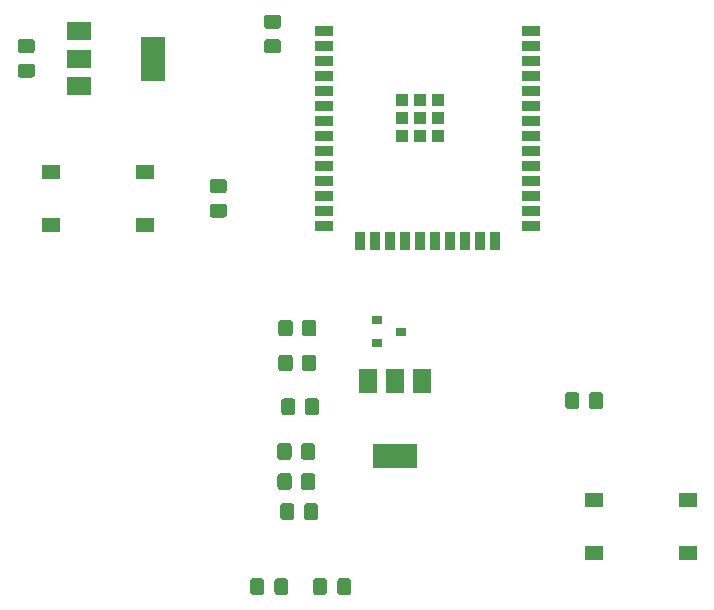
<source format=gbr>
%TF.GenerationSoftware,KiCad,Pcbnew,(5.1.2-1)-1*%
%TF.CreationDate,2022-01-27T07:40:46-05:00*%
%TF.ProjectId,project1-Juan,70726f6a-6563-4743-912d-4a75616e2e6b,rev?*%
%TF.SameCoordinates,Original*%
%TF.FileFunction,Paste,Top*%
%TF.FilePolarity,Positive*%
%FSLAX46Y46*%
G04 Gerber Fmt 4.6, Leading zero omitted, Abs format (unit mm)*
G04 Created by KiCad (PCBNEW (5.1.2-1)-1) date 2022-01-27 07:40:46*
%MOMM*%
%LPD*%
G04 APERTURE LIST*
%ADD10R,3.800000X2.000000*%
%ADD11R,1.500000X2.000000*%
%ADD12C,0.100000*%
%ADD13C,1.200000*%
%ADD14R,1.550000X1.300000*%
%ADD15R,2.000000X3.800000*%
%ADD16R,2.000000X1.500000*%
%ADD17R,0.900000X0.800000*%
%ADD18C,1.175000*%
%ADD19C,1.150000*%
%ADD20R,1.500000X0.900000*%
%ADD21R,0.900000X1.500000*%
%ADD22R,1.050000X1.050000*%
G04 APERTURE END LIST*
D10*
%TO.C,Q2*%
X117348000Y-148946000D03*
D11*
X117348000Y-142646000D03*
X115048000Y-142646000D03*
X119648000Y-142646000D03*
%TD*%
D12*
%TO.C,R5*%
G36*
X108594505Y-152971204D02*
G01*
X108618773Y-152974804D01*
X108642572Y-152980765D01*
X108665671Y-152989030D01*
X108687850Y-152999520D01*
X108708893Y-153012132D01*
X108728599Y-153026747D01*
X108746777Y-153043223D01*
X108763253Y-153061401D01*
X108777868Y-153081107D01*
X108790480Y-153102150D01*
X108800970Y-153124329D01*
X108809235Y-153147428D01*
X108815196Y-153171227D01*
X108818796Y-153195495D01*
X108820000Y-153219999D01*
X108820000Y-154120001D01*
X108818796Y-154144505D01*
X108815196Y-154168773D01*
X108809235Y-154192572D01*
X108800970Y-154215671D01*
X108790480Y-154237850D01*
X108777868Y-154258893D01*
X108763253Y-154278599D01*
X108746777Y-154296777D01*
X108728599Y-154313253D01*
X108708893Y-154327868D01*
X108687850Y-154340480D01*
X108665671Y-154350970D01*
X108642572Y-154359235D01*
X108618773Y-154365196D01*
X108594505Y-154368796D01*
X108570001Y-154370000D01*
X107869999Y-154370000D01*
X107845495Y-154368796D01*
X107821227Y-154365196D01*
X107797428Y-154359235D01*
X107774329Y-154350970D01*
X107752150Y-154340480D01*
X107731107Y-154327868D01*
X107711401Y-154313253D01*
X107693223Y-154296777D01*
X107676747Y-154278599D01*
X107662132Y-154258893D01*
X107649520Y-154237850D01*
X107639030Y-154215671D01*
X107630765Y-154192572D01*
X107624804Y-154168773D01*
X107621204Y-154144505D01*
X107620000Y-154120001D01*
X107620000Y-153219999D01*
X107621204Y-153195495D01*
X107624804Y-153171227D01*
X107630765Y-153147428D01*
X107639030Y-153124329D01*
X107649520Y-153102150D01*
X107662132Y-153081107D01*
X107676747Y-153061401D01*
X107693223Y-153043223D01*
X107711401Y-153026747D01*
X107731107Y-153012132D01*
X107752150Y-152999520D01*
X107774329Y-152989030D01*
X107797428Y-152980765D01*
X107821227Y-152974804D01*
X107845495Y-152971204D01*
X107869999Y-152970000D01*
X108570001Y-152970000D01*
X108594505Y-152971204D01*
X108594505Y-152971204D01*
G37*
D13*
X108220000Y-153670000D03*
D12*
G36*
X110594505Y-152971204D02*
G01*
X110618773Y-152974804D01*
X110642572Y-152980765D01*
X110665671Y-152989030D01*
X110687850Y-152999520D01*
X110708893Y-153012132D01*
X110728599Y-153026747D01*
X110746777Y-153043223D01*
X110763253Y-153061401D01*
X110777868Y-153081107D01*
X110790480Y-153102150D01*
X110800970Y-153124329D01*
X110809235Y-153147428D01*
X110815196Y-153171227D01*
X110818796Y-153195495D01*
X110820000Y-153219999D01*
X110820000Y-154120001D01*
X110818796Y-154144505D01*
X110815196Y-154168773D01*
X110809235Y-154192572D01*
X110800970Y-154215671D01*
X110790480Y-154237850D01*
X110777868Y-154258893D01*
X110763253Y-154278599D01*
X110746777Y-154296777D01*
X110728599Y-154313253D01*
X110708893Y-154327868D01*
X110687850Y-154340480D01*
X110665671Y-154350970D01*
X110642572Y-154359235D01*
X110618773Y-154365196D01*
X110594505Y-154368796D01*
X110570001Y-154370000D01*
X109869999Y-154370000D01*
X109845495Y-154368796D01*
X109821227Y-154365196D01*
X109797428Y-154359235D01*
X109774329Y-154350970D01*
X109752150Y-154340480D01*
X109731107Y-154327868D01*
X109711401Y-154313253D01*
X109693223Y-154296777D01*
X109676747Y-154278599D01*
X109662132Y-154258893D01*
X109649520Y-154237850D01*
X109639030Y-154215671D01*
X109630765Y-154192572D01*
X109624804Y-154168773D01*
X109621204Y-154144505D01*
X109620000Y-154120001D01*
X109620000Y-153219999D01*
X109621204Y-153195495D01*
X109624804Y-153171227D01*
X109630765Y-153147428D01*
X109639030Y-153124329D01*
X109649520Y-153102150D01*
X109662132Y-153081107D01*
X109676747Y-153061401D01*
X109693223Y-153043223D01*
X109711401Y-153026747D01*
X109731107Y-153012132D01*
X109752150Y-152999520D01*
X109774329Y-152989030D01*
X109797428Y-152980765D01*
X109821227Y-152974804D01*
X109845495Y-152971204D01*
X109869999Y-152970000D01*
X110570001Y-152970000D01*
X110594505Y-152971204D01*
X110594505Y-152971204D01*
G37*
D13*
X110220000Y-153670000D03*
%TD*%
D12*
%TO.C,R6*%
G36*
X110345585Y-147886124D02*
G01*
X110369853Y-147889724D01*
X110393652Y-147895685D01*
X110416751Y-147903950D01*
X110438930Y-147914440D01*
X110459973Y-147927052D01*
X110479679Y-147941667D01*
X110497857Y-147958143D01*
X110514333Y-147976321D01*
X110528948Y-147996027D01*
X110541560Y-148017070D01*
X110552050Y-148039249D01*
X110560315Y-148062348D01*
X110566276Y-148086147D01*
X110569876Y-148110415D01*
X110571080Y-148134919D01*
X110571080Y-149034921D01*
X110569876Y-149059425D01*
X110566276Y-149083693D01*
X110560315Y-149107492D01*
X110552050Y-149130591D01*
X110541560Y-149152770D01*
X110528948Y-149173813D01*
X110514333Y-149193519D01*
X110497857Y-149211697D01*
X110479679Y-149228173D01*
X110459973Y-149242788D01*
X110438930Y-149255400D01*
X110416751Y-149265890D01*
X110393652Y-149274155D01*
X110369853Y-149280116D01*
X110345585Y-149283716D01*
X110321081Y-149284920D01*
X109621079Y-149284920D01*
X109596575Y-149283716D01*
X109572307Y-149280116D01*
X109548508Y-149274155D01*
X109525409Y-149265890D01*
X109503230Y-149255400D01*
X109482187Y-149242788D01*
X109462481Y-149228173D01*
X109444303Y-149211697D01*
X109427827Y-149193519D01*
X109413212Y-149173813D01*
X109400600Y-149152770D01*
X109390110Y-149130591D01*
X109381845Y-149107492D01*
X109375884Y-149083693D01*
X109372284Y-149059425D01*
X109371080Y-149034921D01*
X109371080Y-148134919D01*
X109372284Y-148110415D01*
X109375884Y-148086147D01*
X109381845Y-148062348D01*
X109390110Y-148039249D01*
X109400600Y-148017070D01*
X109413212Y-147996027D01*
X109427827Y-147976321D01*
X109444303Y-147958143D01*
X109462481Y-147941667D01*
X109482187Y-147927052D01*
X109503230Y-147914440D01*
X109525409Y-147903950D01*
X109548508Y-147895685D01*
X109572307Y-147889724D01*
X109596575Y-147886124D01*
X109621079Y-147884920D01*
X110321081Y-147884920D01*
X110345585Y-147886124D01*
X110345585Y-147886124D01*
G37*
D13*
X109971080Y-148584920D03*
D12*
G36*
X108345585Y-147886124D02*
G01*
X108369853Y-147889724D01*
X108393652Y-147895685D01*
X108416751Y-147903950D01*
X108438930Y-147914440D01*
X108459973Y-147927052D01*
X108479679Y-147941667D01*
X108497857Y-147958143D01*
X108514333Y-147976321D01*
X108528948Y-147996027D01*
X108541560Y-148017070D01*
X108552050Y-148039249D01*
X108560315Y-148062348D01*
X108566276Y-148086147D01*
X108569876Y-148110415D01*
X108571080Y-148134919D01*
X108571080Y-149034921D01*
X108569876Y-149059425D01*
X108566276Y-149083693D01*
X108560315Y-149107492D01*
X108552050Y-149130591D01*
X108541560Y-149152770D01*
X108528948Y-149173813D01*
X108514333Y-149193519D01*
X108497857Y-149211697D01*
X108479679Y-149228173D01*
X108459973Y-149242788D01*
X108438930Y-149255400D01*
X108416751Y-149265890D01*
X108393652Y-149274155D01*
X108369853Y-149280116D01*
X108345585Y-149283716D01*
X108321081Y-149284920D01*
X107621079Y-149284920D01*
X107596575Y-149283716D01*
X107572307Y-149280116D01*
X107548508Y-149274155D01*
X107525409Y-149265890D01*
X107503230Y-149255400D01*
X107482187Y-149242788D01*
X107462481Y-149228173D01*
X107444303Y-149211697D01*
X107427827Y-149193519D01*
X107413212Y-149173813D01*
X107400600Y-149152770D01*
X107390110Y-149130591D01*
X107381845Y-149107492D01*
X107375884Y-149083693D01*
X107372284Y-149059425D01*
X107371080Y-149034921D01*
X107371080Y-148134919D01*
X107372284Y-148110415D01*
X107375884Y-148086147D01*
X107381845Y-148062348D01*
X107390110Y-148039249D01*
X107400600Y-148017070D01*
X107413212Y-147996027D01*
X107427827Y-147976321D01*
X107444303Y-147958143D01*
X107462481Y-147941667D01*
X107482187Y-147927052D01*
X107503230Y-147914440D01*
X107525409Y-147903950D01*
X107548508Y-147895685D01*
X107572307Y-147889724D01*
X107596575Y-147886124D01*
X107621079Y-147884920D01*
X108321081Y-147884920D01*
X108345585Y-147886124D01*
X108345585Y-147886124D01*
G37*
D13*
X107971080Y-148584920D03*
%TD*%
D12*
%TO.C,R7*%
G36*
X110355745Y-150431204D02*
G01*
X110380013Y-150434804D01*
X110403812Y-150440765D01*
X110426911Y-150449030D01*
X110449090Y-150459520D01*
X110470133Y-150472132D01*
X110489839Y-150486747D01*
X110508017Y-150503223D01*
X110524493Y-150521401D01*
X110539108Y-150541107D01*
X110551720Y-150562150D01*
X110562210Y-150584329D01*
X110570475Y-150607428D01*
X110576436Y-150631227D01*
X110580036Y-150655495D01*
X110581240Y-150679999D01*
X110581240Y-151580001D01*
X110580036Y-151604505D01*
X110576436Y-151628773D01*
X110570475Y-151652572D01*
X110562210Y-151675671D01*
X110551720Y-151697850D01*
X110539108Y-151718893D01*
X110524493Y-151738599D01*
X110508017Y-151756777D01*
X110489839Y-151773253D01*
X110470133Y-151787868D01*
X110449090Y-151800480D01*
X110426911Y-151810970D01*
X110403812Y-151819235D01*
X110380013Y-151825196D01*
X110355745Y-151828796D01*
X110331241Y-151830000D01*
X109631239Y-151830000D01*
X109606735Y-151828796D01*
X109582467Y-151825196D01*
X109558668Y-151819235D01*
X109535569Y-151810970D01*
X109513390Y-151800480D01*
X109492347Y-151787868D01*
X109472641Y-151773253D01*
X109454463Y-151756777D01*
X109437987Y-151738599D01*
X109423372Y-151718893D01*
X109410760Y-151697850D01*
X109400270Y-151675671D01*
X109392005Y-151652572D01*
X109386044Y-151628773D01*
X109382444Y-151604505D01*
X109381240Y-151580001D01*
X109381240Y-150679999D01*
X109382444Y-150655495D01*
X109386044Y-150631227D01*
X109392005Y-150607428D01*
X109400270Y-150584329D01*
X109410760Y-150562150D01*
X109423372Y-150541107D01*
X109437987Y-150521401D01*
X109454463Y-150503223D01*
X109472641Y-150486747D01*
X109492347Y-150472132D01*
X109513390Y-150459520D01*
X109535569Y-150449030D01*
X109558668Y-150440765D01*
X109582467Y-150434804D01*
X109606735Y-150431204D01*
X109631239Y-150430000D01*
X110331241Y-150430000D01*
X110355745Y-150431204D01*
X110355745Y-150431204D01*
G37*
D13*
X109981240Y-151130000D03*
D12*
G36*
X108355745Y-150431204D02*
G01*
X108380013Y-150434804D01*
X108403812Y-150440765D01*
X108426911Y-150449030D01*
X108449090Y-150459520D01*
X108470133Y-150472132D01*
X108489839Y-150486747D01*
X108508017Y-150503223D01*
X108524493Y-150521401D01*
X108539108Y-150541107D01*
X108551720Y-150562150D01*
X108562210Y-150584329D01*
X108570475Y-150607428D01*
X108576436Y-150631227D01*
X108580036Y-150655495D01*
X108581240Y-150679999D01*
X108581240Y-151580001D01*
X108580036Y-151604505D01*
X108576436Y-151628773D01*
X108570475Y-151652572D01*
X108562210Y-151675671D01*
X108551720Y-151697850D01*
X108539108Y-151718893D01*
X108524493Y-151738599D01*
X108508017Y-151756777D01*
X108489839Y-151773253D01*
X108470133Y-151787868D01*
X108449090Y-151800480D01*
X108426911Y-151810970D01*
X108403812Y-151819235D01*
X108380013Y-151825196D01*
X108355745Y-151828796D01*
X108331241Y-151830000D01*
X107631239Y-151830000D01*
X107606735Y-151828796D01*
X107582467Y-151825196D01*
X107558668Y-151819235D01*
X107535569Y-151810970D01*
X107513390Y-151800480D01*
X107492347Y-151787868D01*
X107472641Y-151773253D01*
X107454463Y-151756777D01*
X107437987Y-151738599D01*
X107423372Y-151718893D01*
X107410760Y-151697850D01*
X107400270Y-151675671D01*
X107392005Y-151652572D01*
X107386044Y-151628773D01*
X107382444Y-151604505D01*
X107381240Y-151580001D01*
X107381240Y-150679999D01*
X107382444Y-150655495D01*
X107386044Y-150631227D01*
X107392005Y-150607428D01*
X107400270Y-150584329D01*
X107410760Y-150562150D01*
X107423372Y-150541107D01*
X107437987Y-150521401D01*
X107454463Y-150503223D01*
X107472641Y-150486747D01*
X107492347Y-150472132D01*
X107513390Y-150459520D01*
X107535569Y-150449030D01*
X107558668Y-150440765D01*
X107582467Y-150434804D01*
X107606735Y-150431204D01*
X107631239Y-150430000D01*
X108331241Y-150430000D01*
X108355745Y-150431204D01*
X108355745Y-150431204D01*
G37*
D13*
X107981240Y-151130000D03*
%TD*%
D14*
%TO.C,SW1*%
X96177000Y-124877000D03*
X96177000Y-129377000D03*
X88227000Y-129377000D03*
X88227000Y-124877000D03*
%TD*%
%TO.C,SW2*%
X142151000Y-157190000D03*
X142151000Y-152690000D03*
X134201000Y-152690000D03*
X134201000Y-157190000D03*
%TD*%
D15*
%TO.C,U1*%
X96876000Y-115316000D03*
D16*
X90576000Y-115316000D03*
X90576000Y-117616000D03*
X90576000Y-113016000D03*
%TD*%
D17*
%TO.C,Q1*%
X115840000Y-137480000D03*
X115840000Y-139380000D03*
X117840000Y-138430000D03*
%TD*%
D12*
%TO.C,R1*%
G36*
X110437506Y-137436205D02*
G01*
X110461774Y-137439805D01*
X110485573Y-137445766D01*
X110508672Y-137454031D01*
X110530851Y-137464521D01*
X110551894Y-137477133D01*
X110571600Y-137491748D01*
X110589778Y-137508224D01*
X110606254Y-137526402D01*
X110620869Y-137546108D01*
X110633481Y-137567151D01*
X110643971Y-137589330D01*
X110652236Y-137612429D01*
X110658197Y-137636228D01*
X110661797Y-137660496D01*
X110663001Y-137685000D01*
X110663001Y-138585002D01*
X110661797Y-138609506D01*
X110658197Y-138633774D01*
X110652236Y-138657573D01*
X110643971Y-138680672D01*
X110633481Y-138702851D01*
X110620869Y-138723894D01*
X110606254Y-138743600D01*
X110589778Y-138761778D01*
X110571600Y-138778254D01*
X110551894Y-138792869D01*
X110530851Y-138805481D01*
X110508672Y-138815971D01*
X110485573Y-138824236D01*
X110461774Y-138830197D01*
X110437506Y-138833797D01*
X110413002Y-138835001D01*
X109713000Y-138835001D01*
X109688496Y-138833797D01*
X109664228Y-138830197D01*
X109640429Y-138824236D01*
X109617330Y-138815971D01*
X109595151Y-138805481D01*
X109574108Y-138792869D01*
X109554402Y-138778254D01*
X109536224Y-138761778D01*
X109519748Y-138743600D01*
X109505133Y-138723894D01*
X109492521Y-138702851D01*
X109482031Y-138680672D01*
X109473766Y-138657573D01*
X109467805Y-138633774D01*
X109464205Y-138609506D01*
X109463001Y-138585002D01*
X109463001Y-137685000D01*
X109464205Y-137660496D01*
X109467805Y-137636228D01*
X109473766Y-137612429D01*
X109482031Y-137589330D01*
X109492521Y-137567151D01*
X109505133Y-137546108D01*
X109519748Y-137526402D01*
X109536224Y-137508224D01*
X109554402Y-137491748D01*
X109574108Y-137477133D01*
X109595151Y-137464521D01*
X109617330Y-137454031D01*
X109640429Y-137445766D01*
X109664228Y-137439805D01*
X109688496Y-137436205D01*
X109713000Y-137435001D01*
X110413002Y-137435001D01*
X110437506Y-137436205D01*
X110437506Y-137436205D01*
G37*
D13*
X110063001Y-138135001D03*
D12*
G36*
X108437506Y-137436205D02*
G01*
X108461774Y-137439805D01*
X108485573Y-137445766D01*
X108508672Y-137454031D01*
X108530851Y-137464521D01*
X108551894Y-137477133D01*
X108571600Y-137491748D01*
X108589778Y-137508224D01*
X108606254Y-137526402D01*
X108620869Y-137546108D01*
X108633481Y-137567151D01*
X108643971Y-137589330D01*
X108652236Y-137612429D01*
X108658197Y-137636228D01*
X108661797Y-137660496D01*
X108663001Y-137685000D01*
X108663001Y-138585002D01*
X108661797Y-138609506D01*
X108658197Y-138633774D01*
X108652236Y-138657573D01*
X108643971Y-138680672D01*
X108633481Y-138702851D01*
X108620869Y-138723894D01*
X108606254Y-138743600D01*
X108589778Y-138761778D01*
X108571600Y-138778254D01*
X108551894Y-138792869D01*
X108530851Y-138805481D01*
X108508672Y-138815971D01*
X108485573Y-138824236D01*
X108461774Y-138830197D01*
X108437506Y-138833797D01*
X108413002Y-138835001D01*
X107713000Y-138835001D01*
X107688496Y-138833797D01*
X107664228Y-138830197D01*
X107640429Y-138824236D01*
X107617330Y-138815971D01*
X107595151Y-138805481D01*
X107574108Y-138792869D01*
X107554402Y-138778254D01*
X107536224Y-138761778D01*
X107519748Y-138743600D01*
X107505133Y-138723894D01*
X107492521Y-138702851D01*
X107482031Y-138680672D01*
X107473766Y-138657573D01*
X107467805Y-138633774D01*
X107464205Y-138609506D01*
X107463001Y-138585002D01*
X107463001Y-137685000D01*
X107464205Y-137660496D01*
X107467805Y-137636228D01*
X107473766Y-137612429D01*
X107482031Y-137589330D01*
X107492521Y-137567151D01*
X107505133Y-137546108D01*
X107519748Y-137526402D01*
X107536224Y-137508224D01*
X107554402Y-137491748D01*
X107574108Y-137477133D01*
X107595151Y-137464521D01*
X107617330Y-137454031D01*
X107640429Y-137445766D01*
X107664228Y-137439805D01*
X107688496Y-137436205D01*
X107713000Y-137435001D01*
X108413002Y-137435001D01*
X108437506Y-137436205D01*
X108437506Y-137436205D01*
G37*
D13*
X108063001Y-138135001D03*
%TD*%
D12*
%TO.C,R2*%
G36*
X108437506Y-140386205D02*
G01*
X108461774Y-140389805D01*
X108485573Y-140395766D01*
X108508672Y-140404031D01*
X108530851Y-140414521D01*
X108551894Y-140427133D01*
X108571600Y-140441748D01*
X108589778Y-140458224D01*
X108606254Y-140476402D01*
X108620869Y-140496108D01*
X108633481Y-140517151D01*
X108643971Y-140539330D01*
X108652236Y-140562429D01*
X108658197Y-140586228D01*
X108661797Y-140610496D01*
X108663001Y-140635000D01*
X108663001Y-141535002D01*
X108661797Y-141559506D01*
X108658197Y-141583774D01*
X108652236Y-141607573D01*
X108643971Y-141630672D01*
X108633481Y-141652851D01*
X108620869Y-141673894D01*
X108606254Y-141693600D01*
X108589778Y-141711778D01*
X108571600Y-141728254D01*
X108551894Y-141742869D01*
X108530851Y-141755481D01*
X108508672Y-141765971D01*
X108485573Y-141774236D01*
X108461774Y-141780197D01*
X108437506Y-141783797D01*
X108413002Y-141785001D01*
X107713000Y-141785001D01*
X107688496Y-141783797D01*
X107664228Y-141780197D01*
X107640429Y-141774236D01*
X107617330Y-141765971D01*
X107595151Y-141755481D01*
X107574108Y-141742869D01*
X107554402Y-141728254D01*
X107536224Y-141711778D01*
X107519748Y-141693600D01*
X107505133Y-141673894D01*
X107492521Y-141652851D01*
X107482031Y-141630672D01*
X107473766Y-141607573D01*
X107467805Y-141583774D01*
X107464205Y-141559506D01*
X107463001Y-141535002D01*
X107463001Y-140635000D01*
X107464205Y-140610496D01*
X107467805Y-140586228D01*
X107473766Y-140562429D01*
X107482031Y-140539330D01*
X107492521Y-140517151D01*
X107505133Y-140496108D01*
X107519748Y-140476402D01*
X107536224Y-140458224D01*
X107554402Y-140441748D01*
X107574108Y-140427133D01*
X107595151Y-140414521D01*
X107617330Y-140404031D01*
X107640429Y-140395766D01*
X107664228Y-140389805D01*
X107688496Y-140386205D01*
X107713000Y-140385001D01*
X108413002Y-140385001D01*
X108437506Y-140386205D01*
X108437506Y-140386205D01*
G37*
D13*
X108063001Y-141085001D03*
D12*
G36*
X110437506Y-140386205D02*
G01*
X110461774Y-140389805D01*
X110485573Y-140395766D01*
X110508672Y-140404031D01*
X110530851Y-140414521D01*
X110551894Y-140427133D01*
X110571600Y-140441748D01*
X110589778Y-140458224D01*
X110606254Y-140476402D01*
X110620869Y-140496108D01*
X110633481Y-140517151D01*
X110643971Y-140539330D01*
X110652236Y-140562429D01*
X110658197Y-140586228D01*
X110661797Y-140610496D01*
X110663001Y-140635000D01*
X110663001Y-141535002D01*
X110661797Y-141559506D01*
X110658197Y-141583774D01*
X110652236Y-141607573D01*
X110643971Y-141630672D01*
X110633481Y-141652851D01*
X110620869Y-141673894D01*
X110606254Y-141693600D01*
X110589778Y-141711778D01*
X110571600Y-141728254D01*
X110551894Y-141742869D01*
X110530851Y-141755481D01*
X110508672Y-141765971D01*
X110485573Y-141774236D01*
X110461774Y-141780197D01*
X110437506Y-141783797D01*
X110413002Y-141785001D01*
X109713000Y-141785001D01*
X109688496Y-141783797D01*
X109664228Y-141780197D01*
X109640429Y-141774236D01*
X109617330Y-141765971D01*
X109595151Y-141755481D01*
X109574108Y-141742869D01*
X109554402Y-141728254D01*
X109536224Y-141711778D01*
X109519748Y-141693600D01*
X109505133Y-141673894D01*
X109492521Y-141652851D01*
X109482031Y-141630672D01*
X109473766Y-141607573D01*
X109467805Y-141583774D01*
X109464205Y-141559506D01*
X109463001Y-141535002D01*
X109463001Y-140635000D01*
X109464205Y-140610496D01*
X109467805Y-140586228D01*
X109473766Y-140562429D01*
X109482031Y-140539330D01*
X109492521Y-140517151D01*
X109505133Y-140496108D01*
X109519748Y-140476402D01*
X109536224Y-140458224D01*
X109554402Y-140441748D01*
X109574108Y-140427133D01*
X109595151Y-140414521D01*
X109617330Y-140404031D01*
X109640429Y-140395766D01*
X109664228Y-140389805D01*
X109688496Y-140386205D01*
X109713000Y-140385001D01*
X110413002Y-140385001D01*
X110437506Y-140386205D01*
X110437506Y-140386205D01*
G37*
D13*
X110063001Y-141085001D03*
%TD*%
D12*
%TO.C,R3*%
G36*
X108670705Y-144086284D02*
G01*
X108694973Y-144089884D01*
X108718772Y-144095845D01*
X108741871Y-144104110D01*
X108764050Y-144114600D01*
X108785093Y-144127212D01*
X108804799Y-144141827D01*
X108822977Y-144158303D01*
X108839453Y-144176481D01*
X108854068Y-144196187D01*
X108866680Y-144217230D01*
X108877170Y-144239409D01*
X108885435Y-144262508D01*
X108891396Y-144286307D01*
X108894996Y-144310575D01*
X108896200Y-144335079D01*
X108896200Y-145235081D01*
X108894996Y-145259585D01*
X108891396Y-145283853D01*
X108885435Y-145307652D01*
X108877170Y-145330751D01*
X108866680Y-145352930D01*
X108854068Y-145373973D01*
X108839453Y-145393679D01*
X108822977Y-145411857D01*
X108804799Y-145428333D01*
X108785093Y-145442948D01*
X108764050Y-145455560D01*
X108741871Y-145466050D01*
X108718772Y-145474315D01*
X108694973Y-145480276D01*
X108670705Y-145483876D01*
X108646201Y-145485080D01*
X107946199Y-145485080D01*
X107921695Y-145483876D01*
X107897427Y-145480276D01*
X107873628Y-145474315D01*
X107850529Y-145466050D01*
X107828350Y-145455560D01*
X107807307Y-145442948D01*
X107787601Y-145428333D01*
X107769423Y-145411857D01*
X107752947Y-145393679D01*
X107738332Y-145373973D01*
X107725720Y-145352930D01*
X107715230Y-145330751D01*
X107706965Y-145307652D01*
X107701004Y-145283853D01*
X107697404Y-145259585D01*
X107696200Y-145235081D01*
X107696200Y-144335079D01*
X107697404Y-144310575D01*
X107701004Y-144286307D01*
X107706965Y-144262508D01*
X107715230Y-144239409D01*
X107725720Y-144217230D01*
X107738332Y-144196187D01*
X107752947Y-144176481D01*
X107769423Y-144158303D01*
X107787601Y-144141827D01*
X107807307Y-144127212D01*
X107828350Y-144114600D01*
X107850529Y-144104110D01*
X107873628Y-144095845D01*
X107897427Y-144089884D01*
X107921695Y-144086284D01*
X107946199Y-144085080D01*
X108646201Y-144085080D01*
X108670705Y-144086284D01*
X108670705Y-144086284D01*
G37*
D13*
X108296200Y-144785080D03*
D12*
G36*
X110670705Y-144086284D02*
G01*
X110694973Y-144089884D01*
X110718772Y-144095845D01*
X110741871Y-144104110D01*
X110764050Y-144114600D01*
X110785093Y-144127212D01*
X110804799Y-144141827D01*
X110822977Y-144158303D01*
X110839453Y-144176481D01*
X110854068Y-144196187D01*
X110866680Y-144217230D01*
X110877170Y-144239409D01*
X110885435Y-144262508D01*
X110891396Y-144286307D01*
X110894996Y-144310575D01*
X110896200Y-144335079D01*
X110896200Y-145235081D01*
X110894996Y-145259585D01*
X110891396Y-145283853D01*
X110885435Y-145307652D01*
X110877170Y-145330751D01*
X110866680Y-145352930D01*
X110854068Y-145373973D01*
X110839453Y-145393679D01*
X110822977Y-145411857D01*
X110804799Y-145428333D01*
X110785093Y-145442948D01*
X110764050Y-145455560D01*
X110741871Y-145466050D01*
X110718772Y-145474315D01*
X110694973Y-145480276D01*
X110670705Y-145483876D01*
X110646201Y-145485080D01*
X109946199Y-145485080D01*
X109921695Y-145483876D01*
X109897427Y-145480276D01*
X109873628Y-145474315D01*
X109850529Y-145466050D01*
X109828350Y-145455560D01*
X109807307Y-145442948D01*
X109787601Y-145428333D01*
X109769423Y-145411857D01*
X109752947Y-145393679D01*
X109738332Y-145373973D01*
X109725720Y-145352930D01*
X109715230Y-145330751D01*
X109706965Y-145307652D01*
X109701004Y-145283853D01*
X109697404Y-145259585D01*
X109696200Y-145235081D01*
X109696200Y-144335079D01*
X109697404Y-144310575D01*
X109701004Y-144286307D01*
X109706965Y-144262508D01*
X109715230Y-144239409D01*
X109725720Y-144217230D01*
X109738332Y-144196187D01*
X109752947Y-144176481D01*
X109769423Y-144158303D01*
X109787601Y-144141827D01*
X109807307Y-144127212D01*
X109828350Y-144114600D01*
X109850529Y-144104110D01*
X109873628Y-144095845D01*
X109897427Y-144089884D01*
X109921695Y-144086284D01*
X109946199Y-144085080D01*
X110646201Y-144085080D01*
X110670705Y-144086284D01*
X110670705Y-144086284D01*
G37*
D13*
X110296200Y-144785080D03*
%TD*%
D12*
%TO.C,R4*%
G36*
X134724505Y-143573204D02*
G01*
X134748773Y-143576804D01*
X134772572Y-143582765D01*
X134795671Y-143591030D01*
X134817850Y-143601520D01*
X134838893Y-143614132D01*
X134858599Y-143628747D01*
X134876777Y-143645223D01*
X134893253Y-143663401D01*
X134907868Y-143683107D01*
X134920480Y-143704150D01*
X134930970Y-143726329D01*
X134939235Y-143749428D01*
X134945196Y-143773227D01*
X134948796Y-143797495D01*
X134950000Y-143821999D01*
X134950000Y-144722001D01*
X134948796Y-144746505D01*
X134945196Y-144770773D01*
X134939235Y-144794572D01*
X134930970Y-144817671D01*
X134920480Y-144839850D01*
X134907868Y-144860893D01*
X134893253Y-144880599D01*
X134876777Y-144898777D01*
X134858599Y-144915253D01*
X134838893Y-144929868D01*
X134817850Y-144942480D01*
X134795671Y-144952970D01*
X134772572Y-144961235D01*
X134748773Y-144967196D01*
X134724505Y-144970796D01*
X134700001Y-144972000D01*
X133999999Y-144972000D01*
X133975495Y-144970796D01*
X133951227Y-144967196D01*
X133927428Y-144961235D01*
X133904329Y-144952970D01*
X133882150Y-144942480D01*
X133861107Y-144929868D01*
X133841401Y-144915253D01*
X133823223Y-144898777D01*
X133806747Y-144880599D01*
X133792132Y-144860893D01*
X133779520Y-144839850D01*
X133769030Y-144817671D01*
X133760765Y-144794572D01*
X133754804Y-144770773D01*
X133751204Y-144746505D01*
X133750000Y-144722001D01*
X133750000Y-143821999D01*
X133751204Y-143797495D01*
X133754804Y-143773227D01*
X133760765Y-143749428D01*
X133769030Y-143726329D01*
X133779520Y-143704150D01*
X133792132Y-143683107D01*
X133806747Y-143663401D01*
X133823223Y-143645223D01*
X133841401Y-143628747D01*
X133861107Y-143614132D01*
X133882150Y-143601520D01*
X133904329Y-143591030D01*
X133927428Y-143582765D01*
X133951227Y-143576804D01*
X133975495Y-143573204D01*
X133999999Y-143572000D01*
X134700001Y-143572000D01*
X134724505Y-143573204D01*
X134724505Y-143573204D01*
G37*
D13*
X134350000Y-144272000D03*
D12*
G36*
X132724505Y-143573204D02*
G01*
X132748773Y-143576804D01*
X132772572Y-143582765D01*
X132795671Y-143591030D01*
X132817850Y-143601520D01*
X132838893Y-143614132D01*
X132858599Y-143628747D01*
X132876777Y-143645223D01*
X132893253Y-143663401D01*
X132907868Y-143683107D01*
X132920480Y-143704150D01*
X132930970Y-143726329D01*
X132939235Y-143749428D01*
X132945196Y-143773227D01*
X132948796Y-143797495D01*
X132950000Y-143821999D01*
X132950000Y-144722001D01*
X132948796Y-144746505D01*
X132945196Y-144770773D01*
X132939235Y-144794572D01*
X132930970Y-144817671D01*
X132920480Y-144839850D01*
X132907868Y-144860893D01*
X132893253Y-144880599D01*
X132876777Y-144898777D01*
X132858599Y-144915253D01*
X132838893Y-144929868D01*
X132817850Y-144942480D01*
X132795671Y-144952970D01*
X132772572Y-144961235D01*
X132748773Y-144967196D01*
X132724505Y-144970796D01*
X132700001Y-144972000D01*
X131999999Y-144972000D01*
X131975495Y-144970796D01*
X131951227Y-144967196D01*
X131927428Y-144961235D01*
X131904329Y-144952970D01*
X131882150Y-144942480D01*
X131861107Y-144929868D01*
X131841401Y-144915253D01*
X131823223Y-144898777D01*
X131806747Y-144880599D01*
X131792132Y-144860893D01*
X131779520Y-144839850D01*
X131769030Y-144817671D01*
X131760765Y-144794572D01*
X131754804Y-144770773D01*
X131751204Y-144746505D01*
X131750000Y-144722001D01*
X131750000Y-143821999D01*
X131751204Y-143797495D01*
X131754804Y-143773227D01*
X131760765Y-143749428D01*
X131769030Y-143726329D01*
X131779520Y-143704150D01*
X131792132Y-143683107D01*
X131806747Y-143663401D01*
X131823223Y-143645223D01*
X131841401Y-143628747D01*
X131861107Y-143614132D01*
X131882150Y-143601520D01*
X131904329Y-143591030D01*
X131927428Y-143582765D01*
X131951227Y-143576804D01*
X131975495Y-143573204D01*
X131999999Y-143572000D01*
X132700001Y-143572000D01*
X132724505Y-143573204D01*
X132724505Y-143573204D01*
G37*
D13*
X132350000Y-144272000D03*
%TD*%
D12*
%TO.C,C2*%
G36*
X107463984Y-111599244D02*
G01*
X107488253Y-111602844D01*
X107512051Y-111608805D01*
X107535151Y-111617070D01*
X107557329Y-111627560D01*
X107578373Y-111640173D01*
X107598078Y-111654787D01*
X107616257Y-111671263D01*
X107632733Y-111689442D01*
X107647347Y-111709147D01*
X107659960Y-111730191D01*
X107670450Y-111752369D01*
X107678715Y-111775469D01*
X107684676Y-111799267D01*
X107688276Y-111823536D01*
X107689480Y-111848040D01*
X107689480Y-112523040D01*
X107688276Y-112547544D01*
X107684676Y-112571813D01*
X107678715Y-112595611D01*
X107670450Y-112618711D01*
X107659960Y-112640889D01*
X107647347Y-112661933D01*
X107632733Y-112681638D01*
X107616257Y-112699817D01*
X107598078Y-112716293D01*
X107578373Y-112730907D01*
X107557329Y-112743520D01*
X107535151Y-112754010D01*
X107512051Y-112762275D01*
X107488253Y-112768236D01*
X107463984Y-112771836D01*
X107439480Y-112773040D01*
X106489480Y-112773040D01*
X106464976Y-112771836D01*
X106440707Y-112768236D01*
X106416909Y-112762275D01*
X106393809Y-112754010D01*
X106371631Y-112743520D01*
X106350587Y-112730907D01*
X106330882Y-112716293D01*
X106312703Y-112699817D01*
X106296227Y-112681638D01*
X106281613Y-112661933D01*
X106269000Y-112640889D01*
X106258510Y-112618711D01*
X106250245Y-112595611D01*
X106244284Y-112571813D01*
X106240684Y-112547544D01*
X106239480Y-112523040D01*
X106239480Y-111848040D01*
X106240684Y-111823536D01*
X106244284Y-111799267D01*
X106250245Y-111775469D01*
X106258510Y-111752369D01*
X106269000Y-111730191D01*
X106281613Y-111709147D01*
X106296227Y-111689442D01*
X106312703Y-111671263D01*
X106330882Y-111654787D01*
X106350587Y-111640173D01*
X106371631Y-111627560D01*
X106393809Y-111617070D01*
X106416909Y-111608805D01*
X106440707Y-111602844D01*
X106464976Y-111599244D01*
X106489480Y-111598040D01*
X107439480Y-111598040D01*
X107463984Y-111599244D01*
X107463984Y-111599244D01*
G37*
D18*
X106964480Y-112185540D03*
D12*
G36*
X107463984Y-113674244D02*
G01*
X107488253Y-113677844D01*
X107512051Y-113683805D01*
X107535151Y-113692070D01*
X107557329Y-113702560D01*
X107578373Y-113715173D01*
X107598078Y-113729787D01*
X107616257Y-113746263D01*
X107632733Y-113764442D01*
X107647347Y-113784147D01*
X107659960Y-113805191D01*
X107670450Y-113827369D01*
X107678715Y-113850469D01*
X107684676Y-113874267D01*
X107688276Y-113898536D01*
X107689480Y-113923040D01*
X107689480Y-114598040D01*
X107688276Y-114622544D01*
X107684676Y-114646813D01*
X107678715Y-114670611D01*
X107670450Y-114693711D01*
X107659960Y-114715889D01*
X107647347Y-114736933D01*
X107632733Y-114756638D01*
X107616257Y-114774817D01*
X107598078Y-114791293D01*
X107578373Y-114805907D01*
X107557329Y-114818520D01*
X107535151Y-114829010D01*
X107512051Y-114837275D01*
X107488253Y-114843236D01*
X107463984Y-114846836D01*
X107439480Y-114848040D01*
X106489480Y-114848040D01*
X106464976Y-114846836D01*
X106440707Y-114843236D01*
X106416909Y-114837275D01*
X106393809Y-114829010D01*
X106371631Y-114818520D01*
X106350587Y-114805907D01*
X106330882Y-114791293D01*
X106312703Y-114774817D01*
X106296227Y-114756638D01*
X106281613Y-114736933D01*
X106269000Y-114715889D01*
X106258510Y-114693711D01*
X106250245Y-114670611D01*
X106244284Y-114646813D01*
X106240684Y-114622544D01*
X106239480Y-114598040D01*
X106239480Y-113923040D01*
X106240684Y-113898536D01*
X106244284Y-113874267D01*
X106250245Y-113850469D01*
X106258510Y-113827369D01*
X106269000Y-113805191D01*
X106281613Y-113784147D01*
X106296227Y-113764442D01*
X106312703Y-113746263D01*
X106330882Y-113729787D01*
X106350587Y-113715173D01*
X106371631Y-113702560D01*
X106393809Y-113692070D01*
X106416909Y-113683805D01*
X106440707Y-113677844D01*
X106464976Y-113674244D01*
X106489480Y-113673040D01*
X107439480Y-113673040D01*
X107463984Y-113674244D01*
X107463984Y-113674244D01*
G37*
D18*
X106964480Y-114260540D03*
%TD*%
D12*
%TO.C,D2*%
G36*
X106004505Y-159321204D02*
G01*
X106028773Y-159324804D01*
X106052572Y-159330765D01*
X106075671Y-159339030D01*
X106097850Y-159349520D01*
X106118893Y-159362132D01*
X106138599Y-159376747D01*
X106156777Y-159393223D01*
X106173253Y-159411401D01*
X106187868Y-159431107D01*
X106200480Y-159452150D01*
X106210970Y-159474329D01*
X106219235Y-159497428D01*
X106225196Y-159521227D01*
X106228796Y-159545495D01*
X106230000Y-159569999D01*
X106230000Y-160470001D01*
X106228796Y-160494505D01*
X106225196Y-160518773D01*
X106219235Y-160542572D01*
X106210970Y-160565671D01*
X106200480Y-160587850D01*
X106187868Y-160608893D01*
X106173253Y-160628599D01*
X106156777Y-160646777D01*
X106138599Y-160663253D01*
X106118893Y-160677868D01*
X106097850Y-160690480D01*
X106075671Y-160700970D01*
X106052572Y-160709235D01*
X106028773Y-160715196D01*
X106004505Y-160718796D01*
X105980001Y-160720000D01*
X105329999Y-160720000D01*
X105305495Y-160718796D01*
X105281227Y-160715196D01*
X105257428Y-160709235D01*
X105234329Y-160700970D01*
X105212150Y-160690480D01*
X105191107Y-160677868D01*
X105171401Y-160663253D01*
X105153223Y-160646777D01*
X105136747Y-160628599D01*
X105122132Y-160608893D01*
X105109520Y-160587850D01*
X105099030Y-160565671D01*
X105090765Y-160542572D01*
X105084804Y-160518773D01*
X105081204Y-160494505D01*
X105080000Y-160470001D01*
X105080000Y-159569999D01*
X105081204Y-159545495D01*
X105084804Y-159521227D01*
X105090765Y-159497428D01*
X105099030Y-159474329D01*
X105109520Y-159452150D01*
X105122132Y-159431107D01*
X105136747Y-159411401D01*
X105153223Y-159393223D01*
X105171401Y-159376747D01*
X105191107Y-159362132D01*
X105212150Y-159349520D01*
X105234329Y-159339030D01*
X105257428Y-159330765D01*
X105281227Y-159324804D01*
X105305495Y-159321204D01*
X105329999Y-159320000D01*
X105980001Y-159320000D01*
X106004505Y-159321204D01*
X106004505Y-159321204D01*
G37*
D19*
X105655000Y-160020000D03*
D12*
G36*
X108054505Y-159321204D02*
G01*
X108078773Y-159324804D01*
X108102572Y-159330765D01*
X108125671Y-159339030D01*
X108147850Y-159349520D01*
X108168893Y-159362132D01*
X108188599Y-159376747D01*
X108206777Y-159393223D01*
X108223253Y-159411401D01*
X108237868Y-159431107D01*
X108250480Y-159452150D01*
X108260970Y-159474329D01*
X108269235Y-159497428D01*
X108275196Y-159521227D01*
X108278796Y-159545495D01*
X108280000Y-159569999D01*
X108280000Y-160470001D01*
X108278796Y-160494505D01*
X108275196Y-160518773D01*
X108269235Y-160542572D01*
X108260970Y-160565671D01*
X108250480Y-160587850D01*
X108237868Y-160608893D01*
X108223253Y-160628599D01*
X108206777Y-160646777D01*
X108188599Y-160663253D01*
X108168893Y-160677868D01*
X108147850Y-160690480D01*
X108125671Y-160700970D01*
X108102572Y-160709235D01*
X108078773Y-160715196D01*
X108054505Y-160718796D01*
X108030001Y-160720000D01*
X107379999Y-160720000D01*
X107355495Y-160718796D01*
X107331227Y-160715196D01*
X107307428Y-160709235D01*
X107284329Y-160700970D01*
X107262150Y-160690480D01*
X107241107Y-160677868D01*
X107221401Y-160663253D01*
X107203223Y-160646777D01*
X107186747Y-160628599D01*
X107172132Y-160608893D01*
X107159520Y-160587850D01*
X107149030Y-160565671D01*
X107140765Y-160542572D01*
X107134804Y-160518773D01*
X107131204Y-160494505D01*
X107130000Y-160470001D01*
X107130000Y-159569999D01*
X107131204Y-159545495D01*
X107134804Y-159521227D01*
X107140765Y-159497428D01*
X107149030Y-159474329D01*
X107159520Y-159452150D01*
X107172132Y-159431107D01*
X107186747Y-159411401D01*
X107203223Y-159393223D01*
X107221401Y-159376747D01*
X107241107Y-159362132D01*
X107262150Y-159349520D01*
X107284329Y-159339030D01*
X107307428Y-159330765D01*
X107331227Y-159324804D01*
X107355495Y-159321204D01*
X107379999Y-159320000D01*
X108030001Y-159320000D01*
X108054505Y-159321204D01*
X108054505Y-159321204D01*
G37*
D19*
X107705000Y-160020000D03*
%TD*%
D12*
%TO.C,C3*%
G36*
X102861504Y-125524704D02*
G01*
X102885773Y-125528304D01*
X102909571Y-125534265D01*
X102932671Y-125542530D01*
X102954849Y-125553020D01*
X102975893Y-125565633D01*
X102995598Y-125580247D01*
X103013777Y-125596723D01*
X103030253Y-125614902D01*
X103044867Y-125634607D01*
X103057480Y-125655651D01*
X103067970Y-125677829D01*
X103076235Y-125700929D01*
X103082196Y-125724727D01*
X103085796Y-125748996D01*
X103087000Y-125773500D01*
X103087000Y-126448500D01*
X103085796Y-126473004D01*
X103082196Y-126497273D01*
X103076235Y-126521071D01*
X103067970Y-126544171D01*
X103057480Y-126566349D01*
X103044867Y-126587393D01*
X103030253Y-126607098D01*
X103013777Y-126625277D01*
X102995598Y-126641753D01*
X102975893Y-126656367D01*
X102954849Y-126668980D01*
X102932671Y-126679470D01*
X102909571Y-126687735D01*
X102885773Y-126693696D01*
X102861504Y-126697296D01*
X102837000Y-126698500D01*
X101887000Y-126698500D01*
X101862496Y-126697296D01*
X101838227Y-126693696D01*
X101814429Y-126687735D01*
X101791329Y-126679470D01*
X101769151Y-126668980D01*
X101748107Y-126656367D01*
X101728402Y-126641753D01*
X101710223Y-126625277D01*
X101693747Y-126607098D01*
X101679133Y-126587393D01*
X101666520Y-126566349D01*
X101656030Y-126544171D01*
X101647765Y-126521071D01*
X101641804Y-126497273D01*
X101638204Y-126473004D01*
X101637000Y-126448500D01*
X101637000Y-125773500D01*
X101638204Y-125748996D01*
X101641804Y-125724727D01*
X101647765Y-125700929D01*
X101656030Y-125677829D01*
X101666520Y-125655651D01*
X101679133Y-125634607D01*
X101693747Y-125614902D01*
X101710223Y-125596723D01*
X101728402Y-125580247D01*
X101748107Y-125565633D01*
X101769151Y-125553020D01*
X101791329Y-125542530D01*
X101814429Y-125534265D01*
X101838227Y-125528304D01*
X101862496Y-125524704D01*
X101887000Y-125523500D01*
X102837000Y-125523500D01*
X102861504Y-125524704D01*
X102861504Y-125524704D01*
G37*
D18*
X102362000Y-126111000D03*
D12*
G36*
X102861504Y-127599704D02*
G01*
X102885773Y-127603304D01*
X102909571Y-127609265D01*
X102932671Y-127617530D01*
X102954849Y-127628020D01*
X102975893Y-127640633D01*
X102995598Y-127655247D01*
X103013777Y-127671723D01*
X103030253Y-127689902D01*
X103044867Y-127709607D01*
X103057480Y-127730651D01*
X103067970Y-127752829D01*
X103076235Y-127775929D01*
X103082196Y-127799727D01*
X103085796Y-127823996D01*
X103087000Y-127848500D01*
X103087000Y-128523500D01*
X103085796Y-128548004D01*
X103082196Y-128572273D01*
X103076235Y-128596071D01*
X103067970Y-128619171D01*
X103057480Y-128641349D01*
X103044867Y-128662393D01*
X103030253Y-128682098D01*
X103013777Y-128700277D01*
X102995598Y-128716753D01*
X102975893Y-128731367D01*
X102954849Y-128743980D01*
X102932671Y-128754470D01*
X102909571Y-128762735D01*
X102885773Y-128768696D01*
X102861504Y-128772296D01*
X102837000Y-128773500D01*
X101887000Y-128773500D01*
X101862496Y-128772296D01*
X101838227Y-128768696D01*
X101814429Y-128762735D01*
X101791329Y-128754470D01*
X101769151Y-128743980D01*
X101748107Y-128731367D01*
X101728402Y-128716753D01*
X101710223Y-128700277D01*
X101693747Y-128682098D01*
X101679133Y-128662393D01*
X101666520Y-128641349D01*
X101656030Y-128619171D01*
X101647765Y-128596071D01*
X101641804Y-128572273D01*
X101638204Y-128548004D01*
X101637000Y-128523500D01*
X101637000Y-127848500D01*
X101638204Y-127823996D01*
X101641804Y-127799727D01*
X101647765Y-127775929D01*
X101656030Y-127752829D01*
X101666520Y-127730651D01*
X101679133Y-127709607D01*
X101693747Y-127689902D01*
X101710223Y-127671723D01*
X101728402Y-127655247D01*
X101748107Y-127640633D01*
X101769151Y-127628020D01*
X101791329Y-127617530D01*
X101814429Y-127609265D01*
X101838227Y-127603304D01*
X101862496Y-127599704D01*
X101887000Y-127598500D01*
X102837000Y-127598500D01*
X102861504Y-127599704D01*
X102861504Y-127599704D01*
G37*
D18*
X102362000Y-128186000D03*
%TD*%
D12*
%TO.C,C1*%
G36*
X86605504Y-113670704D02*
G01*
X86629773Y-113674304D01*
X86653571Y-113680265D01*
X86676671Y-113688530D01*
X86698849Y-113699020D01*
X86719893Y-113711633D01*
X86739598Y-113726247D01*
X86757777Y-113742723D01*
X86774253Y-113760902D01*
X86788867Y-113780607D01*
X86801480Y-113801651D01*
X86811970Y-113823829D01*
X86820235Y-113846929D01*
X86826196Y-113870727D01*
X86829796Y-113894996D01*
X86831000Y-113919500D01*
X86831000Y-114594500D01*
X86829796Y-114619004D01*
X86826196Y-114643273D01*
X86820235Y-114667071D01*
X86811970Y-114690171D01*
X86801480Y-114712349D01*
X86788867Y-114733393D01*
X86774253Y-114753098D01*
X86757777Y-114771277D01*
X86739598Y-114787753D01*
X86719893Y-114802367D01*
X86698849Y-114814980D01*
X86676671Y-114825470D01*
X86653571Y-114833735D01*
X86629773Y-114839696D01*
X86605504Y-114843296D01*
X86581000Y-114844500D01*
X85631000Y-114844500D01*
X85606496Y-114843296D01*
X85582227Y-114839696D01*
X85558429Y-114833735D01*
X85535329Y-114825470D01*
X85513151Y-114814980D01*
X85492107Y-114802367D01*
X85472402Y-114787753D01*
X85454223Y-114771277D01*
X85437747Y-114753098D01*
X85423133Y-114733393D01*
X85410520Y-114712349D01*
X85400030Y-114690171D01*
X85391765Y-114667071D01*
X85385804Y-114643273D01*
X85382204Y-114619004D01*
X85381000Y-114594500D01*
X85381000Y-113919500D01*
X85382204Y-113894996D01*
X85385804Y-113870727D01*
X85391765Y-113846929D01*
X85400030Y-113823829D01*
X85410520Y-113801651D01*
X85423133Y-113780607D01*
X85437747Y-113760902D01*
X85454223Y-113742723D01*
X85472402Y-113726247D01*
X85492107Y-113711633D01*
X85513151Y-113699020D01*
X85535329Y-113688530D01*
X85558429Y-113680265D01*
X85582227Y-113674304D01*
X85606496Y-113670704D01*
X85631000Y-113669500D01*
X86581000Y-113669500D01*
X86605504Y-113670704D01*
X86605504Y-113670704D01*
G37*
D18*
X86106000Y-114257000D03*
D12*
G36*
X86605504Y-115745704D02*
G01*
X86629773Y-115749304D01*
X86653571Y-115755265D01*
X86676671Y-115763530D01*
X86698849Y-115774020D01*
X86719893Y-115786633D01*
X86739598Y-115801247D01*
X86757777Y-115817723D01*
X86774253Y-115835902D01*
X86788867Y-115855607D01*
X86801480Y-115876651D01*
X86811970Y-115898829D01*
X86820235Y-115921929D01*
X86826196Y-115945727D01*
X86829796Y-115969996D01*
X86831000Y-115994500D01*
X86831000Y-116669500D01*
X86829796Y-116694004D01*
X86826196Y-116718273D01*
X86820235Y-116742071D01*
X86811970Y-116765171D01*
X86801480Y-116787349D01*
X86788867Y-116808393D01*
X86774253Y-116828098D01*
X86757777Y-116846277D01*
X86739598Y-116862753D01*
X86719893Y-116877367D01*
X86698849Y-116889980D01*
X86676671Y-116900470D01*
X86653571Y-116908735D01*
X86629773Y-116914696D01*
X86605504Y-116918296D01*
X86581000Y-116919500D01*
X85631000Y-116919500D01*
X85606496Y-116918296D01*
X85582227Y-116914696D01*
X85558429Y-116908735D01*
X85535329Y-116900470D01*
X85513151Y-116889980D01*
X85492107Y-116877367D01*
X85472402Y-116862753D01*
X85454223Y-116846277D01*
X85437747Y-116828098D01*
X85423133Y-116808393D01*
X85410520Y-116787349D01*
X85400030Y-116765171D01*
X85391765Y-116742071D01*
X85385804Y-116718273D01*
X85382204Y-116694004D01*
X85381000Y-116669500D01*
X85381000Y-115994500D01*
X85382204Y-115969996D01*
X85385804Y-115945727D01*
X85391765Y-115921929D01*
X85400030Y-115898829D01*
X85410520Y-115876651D01*
X85423133Y-115855607D01*
X85437747Y-115835902D01*
X85454223Y-115817723D01*
X85472402Y-115801247D01*
X85492107Y-115786633D01*
X85513151Y-115774020D01*
X85535329Y-115763530D01*
X85558429Y-115755265D01*
X85582227Y-115749304D01*
X85606496Y-115745704D01*
X85631000Y-115744500D01*
X86581000Y-115744500D01*
X86605504Y-115745704D01*
X86605504Y-115745704D01*
G37*
D18*
X86106000Y-116332000D03*
%TD*%
D20*
%TO.C,U2*%
X111346001Y-129516001D03*
X111346001Y-128246001D03*
X111346001Y-126976001D03*
X111346001Y-125706001D03*
X111346001Y-124436001D03*
X111346001Y-123166001D03*
X111346001Y-121896001D03*
X111346001Y-120626001D03*
X111346001Y-119356001D03*
X111346001Y-118086001D03*
X111346001Y-116816001D03*
X111346001Y-115546001D03*
X111346001Y-114276001D03*
X111346001Y-113006001D03*
D21*
X114376001Y-130766001D03*
X115646001Y-130766001D03*
X116916001Y-130766001D03*
X118186001Y-130766001D03*
X119456001Y-130766001D03*
X120726001Y-130766001D03*
X121996001Y-130766001D03*
X123266001Y-130766001D03*
X124536001Y-130766001D03*
X125806001Y-130766001D03*
D20*
X128846001Y-129516001D03*
X128846001Y-128246001D03*
X128846001Y-126976001D03*
X128846001Y-125706001D03*
X128846001Y-124436001D03*
X128846001Y-123166001D03*
X128846001Y-121896001D03*
X128846001Y-120626001D03*
X128846001Y-119356001D03*
X128846001Y-118086001D03*
X128846001Y-116816001D03*
X128846001Y-115546001D03*
X128846001Y-114276001D03*
X128846001Y-113006001D03*
D22*
X119416001Y-120346001D03*
X120941001Y-120346001D03*
X117891001Y-120346001D03*
X117891001Y-121871001D03*
X119416001Y-121871001D03*
X120941001Y-121871001D03*
X120941001Y-118821001D03*
X119416001Y-118821001D03*
X117891001Y-118821001D03*
%TD*%
D12*
%TO.C,D1*%
G36*
X113379505Y-159321204D02*
G01*
X113403773Y-159324804D01*
X113427572Y-159330765D01*
X113450671Y-159339030D01*
X113472850Y-159349520D01*
X113493893Y-159362132D01*
X113513599Y-159376747D01*
X113531777Y-159393223D01*
X113548253Y-159411401D01*
X113562868Y-159431107D01*
X113575480Y-159452150D01*
X113585970Y-159474329D01*
X113594235Y-159497428D01*
X113600196Y-159521227D01*
X113603796Y-159545495D01*
X113605000Y-159569999D01*
X113605000Y-160470001D01*
X113603796Y-160494505D01*
X113600196Y-160518773D01*
X113594235Y-160542572D01*
X113585970Y-160565671D01*
X113575480Y-160587850D01*
X113562868Y-160608893D01*
X113548253Y-160628599D01*
X113531777Y-160646777D01*
X113513599Y-160663253D01*
X113493893Y-160677868D01*
X113472850Y-160690480D01*
X113450671Y-160700970D01*
X113427572Y-160709235D01*
X113403773Y-160715196D01*
X113379505Y-160718796D01*
X113355001Y-160720000D01*
X112704999Y-160720000D01*
X112680495Y-160718796D01*
X112656227Y-160715196D01*
X112632428Y-160709235D01*
X112609329Y-160700970D01*
X112587150Y-160690480D01*
X112566107Y-160677868D01*
X112546401Y-160663253D01*
X112528223Y-160646777D01*
X112511747Y-160628599D01*
X112497132Y-160608893D01*
X112484520Y-160587850D01*
X112474030Y-160565671D01*
X112465765Y-160542572D01*
X112459804Y-160518773D01*
X112456204Y-160494505D01*
X112455000Y-160470001D01*
X112455000Y-159569999D01*
X112456204Y-159545495D01*
X112459804Y-159521227D01*
X112465765Y-159497428D01*
X112474030Y-159474329D01*
X112484520Y-159452150D01*
X112497132Y-159431107D01*
X112511747Y-159411401D01*
X112528223Y-159393223D01*
X112546401Y-159376747D01*
X112566107Y-159362132D01*
X112587150Y-159349520D01*
X112609329Y-159339030D01*
X112632428Y-159330765D01*
X112656227Y-159324804D01*
X112680495Y-159321204D01*
X112704999Y-159320000D01*
X113355001Y-159320000D01*
X113379505Y-159321204D01*
X113379505Y-159321204D01*
G37*
D19*
X113030000Y-160020000D03*
D12*
G36*
X111329505Y-159321204D02*
G01*
X111353773Y-159324804D01*
X111377572Y-159330765D01*
X111400671Y-159339030D01*
X111422850Y-159349520D01*
X111443893Y-159362132D01*
X111463599Y-159376747D01*
X111481777Y-159393223D01*
X111498253Y-159411401D01*
X111512868Y-159431107D01*
X111525480Y-159452150D01*
X111535970Y-159474329D01*
X111544235Y-159497428D01*
X111550196Y-159521227D01*
X111553796Y-159545495D01*
X111555000Y-159569999D01*
X111555000Y-160470001D01*
X111553796Y-160494505D01*
X111550196Y-160518773D01*
X111544235Y-160542572D01*
X111535970Y-160565671D01*
X111525480Y-160587850D01*
X111512868Y-160608893D01*
X111498253Y-160628599D01*
X111481777Y-160646777D01*
X111463599Y-160663253D01*
X111443893Y-160677868D01*
X111422850Y-160690480D01*
X111400671Y-160700970D01*
X111377572Y-160709235D01*
X111353773Y-160715196D01*
X111329505Y-160718796D01*
X111305001Y-160720000D01*
X110654999Y-160720000D01*
X110630495Y-160718796D01*
X110606227Y-160715196D01*
X110582428Y-160709235D01*
X110559329Y-160700970D01*
X110537150Y-160690480D01*
X110516107Y-160677868D01*
X110496401Y-160663253D01*
X110478223Y-160646777D01*
X110461747Y-160628599D01*
X110447132Y-160608893D01*
X110434520Y-160587850D01*
X110424030Y-160565671D01*
X110415765Y-160542572D01*
X110409804Y-160518773D01*
X110406204Y-160494505D01*
X110405000Y-160470001D01*
X110405000Y-159569999D01*
X110406204Y-159545495D01*
X110409804Y-159521227D01*
X110415765Y-159497428D01*
X110424030Y-159474329D01*
X110434520Y-159452150D01*
X110447132Y-159431107D01*
X110461747Y-159411401D01*
X110478223Y-159393223D01*
X110496401Y-159376747D01*
X110516107Y-159362132D01*
X110537150Y-159349520D01*
X110559329Y-159339030D01*
X110582428Y-159330765D01*
X110606227Y-159324804D01*
X110630495Y-159321204D01*
X110654999Y-159320000D01*
X111305001Y-159320000D01*
X111329505Y-159321204D01*
X111329505Y-159321204D01*
G37*
D19*
X110980000Y-160020000D03*
%TD*%
M02*

</source>
